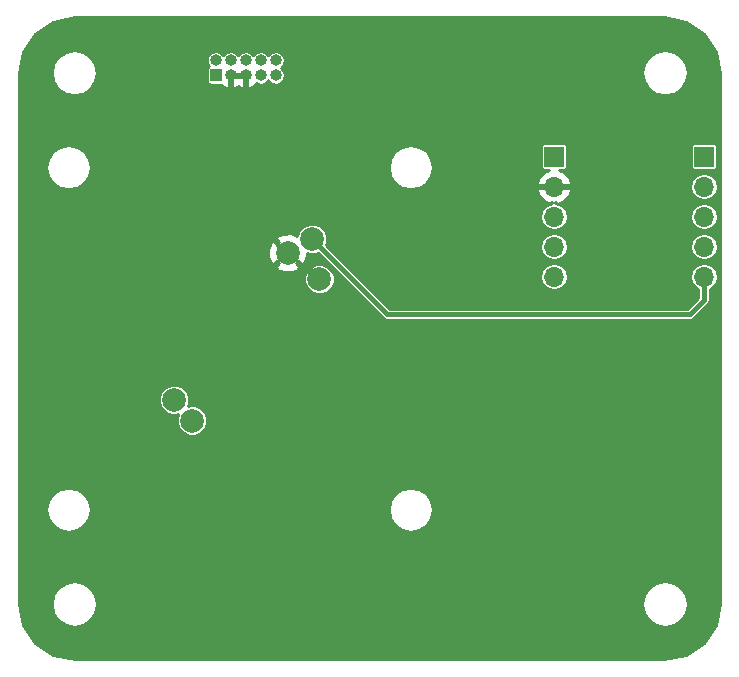
<source format=gbr>
G04 #@! TF.FileFunction,Copper,L2,Bot,Signal*
%FSLAX46Y46*%
G04 Gerber Fmt 4.6, Leading zero omitted, Abs format (unit mm)*
G04 Created by KiCad (PCBNEW 4.0.4-stable) date 07/06/18 21:54:16*
%MOMM*%
%LPD*%
G01*
G04 APERTURE LIST*
%ADD10C,0.100000*%
%ADD11R,1.700000X1.700000*%
%ADD12O,1.700000X1.700000*%
%ADD13C,2.000000*%
%ADD14R,1.000000X1.000000*%
%ADD15O,1.000000X1.000000*%
%ADD16C,0.400000*%
%ADD17C,0.254000*%
G04 APERTURE END LIST*
D10*
D11*
X150000000Y-79000000D03*
D12*
X150000000Y-81540000D03*
X150000000Y-84080000D03*
X150000000Y-86620000D03*
X150000000Y-89160000D03*
D11*
X162700000Y-79000000D03*
D12*
X162700000Y-81540000D03*
X162700000Y-84080000D03*
X162700000Y-86620000D03*
X162700000Y-89160000D03*
D13*
X129519994Y-85975000D03*
X127444997Y-87150003D03*
X130144994Y-89400003D03*
X119370000Y-101350000D03*
X117844999Y-99600000D03*
D14*
X121380000Y-72120000D03*
D15*
X121380000Y-70850000D03*
X122650000Y-72120000D03*
X122650000Y-70850000D03*
X123920000Y-72120000D03*
X123920000Y-70850000D03*
X125190000Y-72120000D03*
X125190000Y-70850000D03*
X126460000Y-72120000D03*
X126460000Y-70850000D03*
D16*
X129519994Y-85975000D02*
X135904995Y-92360001D01*
X135904995Y-92360001D02*
X161499999Y-92360001D01*
X161499999Y-92360001D02*
X162700000Y-91160000D01*
X162700000Y-91160000D02*
X162700000Y-89160000D01*
D17*
G36*
X161175825Y-67588632D02*
X162689777Y-68600223D01*
X163701367Y-70114174D01*
X164062997Y-71932210D01*
X164062997Y-116867796D01*
X163701367Y-118685832D01*
X162689777Y-120199783D01*
X161175825Y-121211374D01*
X159357790Y-121573003D01*
X109422203Y-121573003D01*
X107604167Y-121211372D01*
X106090216Y-120199782D01*
X105078627Y-118685830D01*
X104723404Y-116900003D01*
X107462997Y-116900003D01*
X107609681Y-117637434D01*
X108027402Y-118262598D01*
X108652566Y-118680319D01*
X109389997Y-118827003D01*
X110127428Y-118680319D01*
X110752592Y-118262598D01*
X111170313Y-117637434D01*
X111316997Y-116900003D01*
X157462997Y-116900003D01*
X157609681Y-117637434D01*
X158027402Y-118262598D01*
X158652566Y-118680319D01*
X159389997Y-118827003D01*
X160127428Y-118680319D01*
X160752592Y-118262598D01*
X161170313Y-117637434D01*
X161316997Y-116900003D01*
X161170313Y-116162572D01*
X160752592Y-115537408D01*
X160127428Y-115119687D01*
X159389997Y-114973003D01*
X158652566Y-115119687D01*
X158027402Y-115537408D01*
X157609681Y-116162572D01*
X157462997Y-116900003D01*
X111316997Y-116900003D01*
X111170313Y-116162572D01*
X110752592Y-115537408D01*
X110127428Y-115119687D01*
X109389997Y-114973003D01*
X108652566Y-115119687D01*
X108027402Y-115537408D01*
X107609681Y-116162572D01*
X107462997Y-116900003D01*
X104723404Y-116900003D01*
X104716997Y-116867795D01*
X104716997Y-108900003D01*
X107012997Y-108900003D01*
X107155875Y-109618300D01*
X107562758Y-110227242D01*
X108171700Y-110634125D01*
X108889997Y-110777003D01*
X109608294Y-110634125D01*
X110217236Y-110227242D01*
X110624119Y-109618300D01*
X110766997Y-108900003D01*
X136012997Y-108900003D01*
X136155875Y-109618300D01*
X136562758Y-110227242D01*
X137171700Y-110634125D01*
X137889997Y-110777003D01*
X138608294Y-110634125D01*
X139217236Y-110227242D01*
X139624119Y-109618300D01*
X139766997Y-108900003D01*
X139624119Y-108181706D01*
X139217236Y-107572764D01*
X138608294Y-107165881D01*
X137889997Y-107023003D01*
X137171700Y-107165881D01*
X136562758Y-107572764D01*
X136155875Y-108181706D01*
X136012997Y-108900003D01*
X110766997Y-108900003D01*
X110624119Y-108181706D01*
X110217236Y-107572764D01*
X109608294Y-107165881D01*
X108889997Y-107023003D01*
X108171700Y-107165881D01*
X107562758Y-107572764D01*
X107155875Y-108181706D01*
X107012997Y-108900003D01*
X104716997Y-108900003D01*
X104716997Y-99852897D01*
X116567778Y-99852897D01*
X116761780Y-100322417D01*
X117120692Y-100681957D01*
X117589874Y-100876778D01*
X118097896Y-100877221D01*
X118201349Y-100834475D01*
X118093222Y-101094875D01*
X118092779Y-101602897D01*
X118286781Y-102072417D01*
X118645693Y-102431957D01*
X119114875Y-102626778D01*
X119622897Y-102627221D01*
X120092417Y-102433219D01*
X120451957Y-102074307D01*
X120646778Y-101605125D01*
X120647221Y-101097103D01*
X120453219Y-100627583D01*
X120094307Y-100268043D01*
X119625125Y-100073222D01*
X119117103Y-100072779D01*
X119013650Y-100115525D01*
X119121777Y-99855125D01*
X119122220Y-99347103D01*
X118928218Y-98877583D01*
X118569306Y-98518043D01*
X118100124Y-98323222D01*
X117592102Y-98322779D01*
X117122582Y-98516781D01*
X116763042Y-98875693D01*
X116568221Y-99344875D01*
X116567778Y-99852897D01*
X104716997Y-99852897D01*
X104716997Y-89652900D01*
X128867773Y-89652900D01*
X129061775Y-90122420D01*
X129420687Y-90481960D01*
X129889869Y-90676781D01*
X130397891Y-90677224D01*
X130867411Y-90483222D01*
X131226951Y-90124310D01*
X131421772Y-89655128D01*
X131422215Y-89147106D01*
X131228213Y-88677586D01*
X130869301Y-88318046D01*
X130400119Y-88123225D01*
X129892097Y-88122782D01*
X129422577Y-88316784D01*
X129063037Y-88675696D01*
X128868216Y-89144878D01*
X128867773Y-89652900D01*
X104716997Y-89652900D01*
X104716997Y-86885464D01*
X125799089Y-86885464D01*
X125823141Y-87535463D01*
X126025610Y-88024267D01*
X126292465Y-88122930D01*
X126567097Y-87848298D01*
X126639037Y-87955963D01*
X126746702Y-88027903D01*
X126472070Y-88302535D01*
X126570733Y-88569390D01*
X127180458Y-88795911D01*
X127830457Y-88771859D01*
X128319261Y-88569390D01*
X128417924Y-88302535D01*
X128143292Y-88027903D01*
X128250957Y-87955963D01*
X128322897Y-87848298D01*
X128597529Y-88122930D01*
X128864384Y-88024267D01*
X129090905Y-87414542D01*
X129082074Y-87175875D01*
X129264869Y-87251778D01*
X129772891Y-87252221D01*
X130020376Y-87149962D01*
X135567705Y-92697291D01*
X135722455Y-92800692D01*
X135904995Y-92837001D01*
X161499999Y-92837001D01*
X161682539Y-92800692D01*
X161837289Y-92697291D01*
X163037290Y-91497290D01*
X163140691Y-91342540D01*
X163177000Y-91160000D01*
X163177000Y-90185418D01*
X163518988Y-89956909D01*
X163763291Y-89591284D01*
X163849079Y-89160000D01*
X163763291Y-88728716D01*
X163518988Y-88363091D01*
X163153363Y-88118788D01*
X162722079Y-88033000D01*
X162677921Y-88033000D01*
X162246637Y-88118788D01*
X161881012Y-88363091D01*
X161636709Y-88728716D01*
X161550921Y-89160000D01*
X161636709Y-89591284D01*
X161881012Y-89956909D01*
X162223000Y-90185418D01*
X162223000Y-90962420D01*
X161302419Y-91883001D01*
X136102575Y-91883001D01*
X133379574Y-89160000D01*
X148850921Y-89160000D01*
X148936709Y-89591284D01*
X149181012Y-89956909D01*
X149546637Y-90201212D01*
X149977921Y-90287000D01*
X150022079Y-90287000D01*
X150453363Y-90201212D01*
X150818988Y-89956909D01*
X151063291Y-89591284D01*
X151149079Y-89160000D01*
X151063291Y-88728716D01*
X150818988Y-88363091D01*
X150453363Y-88118788D01*
X150022079Y-88033000D01*
X149977921Y-88033000D01*
X149546637Y-88118788D01*
X149181012Y-88363091D01*
X148936709Y-88728716D01*
X148850921Y-89160000D01*
X133379574Y-89160000D01*
X130839574Y-86620000D01*
X148850921Y-86620000D01*
X148936709Y-87051284D01*
X149181012Y-87416909D01*
X149546637Y-87661212D01*
X149977921Y-87747000D01*
X150022079Y-87747000D01*
X150453363Y-87661212D01*
X150818988Y-87416909D01*
X151063291Y-87051284D01*
X151149079Y-86620000D01*
X161550921Y-86620000D01*
X161636709Y-87051284D01*
X161881012Y-87416909D01*
X162246637Y-87661212D01*
X162677921Y-87747000D01*
X162722079Y-87747000D01*
X163153363Y-87661212D01*
X163518988Y-87416909D01*
X163763291Y-87051284D01*
X163849079Y-86620000D01*
X163763291Y-86188716D01*
X163518988Y-85823091D01*
X163153363Y-85578788D01*
X162722079Y-85493000D01*
X162677921Y-85493000D01*
X162246637Y-85578788D01*
X161881012Y-85823091D01*
X161636709Y-86188716D01*
X161550921Y-86620000D01*
X151149079Y-86620000D01*
X151063291Y-86188716D01*
X150818988Y-85823091D01*
X150453363Y-85578788D01*
X150022079Y-85493000D01*
X149977921Y-85493000D01*
X149546637Y-85578788D01*
X149181012Y-85823091D01*
X148936709Y-86188716D01*
X148850921Y-86620000D01*
X130839574Y-86620000D01*
X130694939Y-86475365D01*
X130796772Y-86230125D01*
X130797215Y-85722103D01*
X130603213Y-85252583D01*
X130244301Y-84893043D01*
X129775119Y-84698222D01*
X129267097Y-84697779D01*
X128797577Y-84891781D01*
X128438037Y-85250693D01*
X128249515Y-85704705D01*
X127709536Y-85504095D01*
X127059537Y-85528147D01*
X126570733Y-85730616D01*
X126472070Y-85997471D01*
X126746702Y-86272103D01*
X126639037Y-86344043D01*
X126567097Y-86451708D01*
X126292465Y-86177076D01*
X126025610Y-86275739D01*
X125799089Y-86885464D01*
X104716997Y-86885464D01*
X104716997Y-81896890D01*
X148558524Y-81896890D01*
X148728355Y-82306924D01*
X149118642Y-82735183D01*
X149643108Y-82981486D01*
X149872998Y-82860820D01*
X149872998Y-82973871D01*
X149546637Y-83038788D01*
X149181012Y-83283091D01*
X148936709Y-83648716D01*
X148850921Y-84080000D01*
X148936709Y-84511284D01*
X149181012Y-84876909D01*
X149546637Y-85121212D01*
X149977921Y-85207000D01*
X150022079Y-85207000D01*
X150453363Y-85121212D01*
X150818988Y-84876909D01*
X151063291Y-84511284D01*
X151149079Y-84080000D01*
X161550921Y-84080000D01*
X161636709Y-84511284D01*
X161881012Y-84876909D01*
X162246637Y-85121212D01*
X162677921Y-85207000D01*
X162722079Y-85207000D01*
X163153363Y-85121212D01*
X163518988Y-84876909D01*
X163763291Y-84511284D01*
X163849079Y-84080000D01*
X163763291Y-83648716D01*
X163518988Y-83283091D01*
X163153363Y-83038788D01*
X162722079Y-82953000D01*
X162677921Y-82953000D01*
X162246637Y-83038788D01*
X161881012Y-83283091D01*
X161636709Y-83648716D01*
X161550921Y-84080000D01*
X151149079Y-84080000D01*
X151063291Y-83648716D01*
X150818988Y-83283091D01*
X150453363Y-83038788D01*
X150127002Y-82973871D01*
X150127002Y-82860820D01*
X150356892Y-82981486D01*
X150881358Y-82735183D01*
X151271645Y-82306924D01*
X151441476Y-81896890D01*
X151320155Y-81667000D01*
X150127000Y-81667000D01*
X150127000Y-81687000D01*
X149873000Y-81687000D01*
X149873000Y-81667000D01*
X148679845Y-81667000D01*
X148558524Y-81896890D01*
X104716997Y-81896890D01*
X104716997Y-79900003D01*
X107012997Y-79900003D01*
X107155875Y-80618300D01*
X107562758Y-81227242D01*
X108171700Y-81634125D01*
X108889997Y-81777003D01*
X109608294Y-81634125D01*
X110217236Y-81227242D01*
X110624119Y-80618300D01*
X110766997Y-79900003D01*
X136012997Y-79900003D01*
X136155875Y-80618300D01*
X136562758Y-81227242D01*
X137171700Y-81634125D01*
X137889997Y-81777003D01*
X138608294Y-81634125D01*
X138749161Y-81540000D01*
X161550921Y-81540000D01*
X161636709Y-81971284D01*
X161881012Y-82336909D01*
X162246637Y-82581212D01*
X162677921Y-82667000D01*
X162722079Y-82667000D01*
X163153363Y-82581212D01*
X163518988Y-82336909D01*
X163763291Y-81971284D01*
X163849079Y-81540000D01*
X163763291Y-81108716D01*
X163518988Y-80743091D01*
X163153363Y-80498788D01*
X162722079Y-80413000D01*
X162677921Y-80413000D01*
X162246637Y-80498788D01*
X161881012Y-80743091D01*
X161636709Y-81108716D01*
X161550921Y-81540000D01*
X138749161Y-81540000D01*
X139217236Y-81227242D01*
X139246724Y-81183110D01*
X148558524Y-81183110D01*
X148679845Y-81413000D01*
X149873000Y-81413000D01*
X149873000Y-81393000D01*
X150127000Y-81393000D01*
X150127000Y-81413000D01*
X151320155Y-81413000D01*
X151441476Y-81183110D01*
X151271645Y-80773076D01*
X150881358Y-80344817D01*
X150429103Y-80132426D01*
X150850000Y-80132426D01*
X150952650Y-80113111D01*
X151046927Y-80052445D01*
X151110175Y-79959880D01*
X151132426Y-79850000D01*
X151132426Y-78150000D01*
X161567574Y-78150000D01*
X161567574Y-79850000D01*
X161586889Y-79952650D01*
X161647555Y-80046927D01*
X161740120Y-80110175D01*
X161850000Y-80132426D01*
X163550000Y-80132426D01*
X163652650Y-80113111D01*
X163746927Y-80052445D01*
X163810175Y-79959880D01*
X163832426Y-79850000D01*
X163832426Y-78150000D01*
X163813111Y-78047350D01*
X163752445Y-77953073D01*
X163659880Y-77889825D01*
X163550000Y-77867574D01*
X161850000Y-77867574D01*
X161747350Y-77886889D01*
X161653073Y-77947555D01*
X161589825Y-78040120D01*
X161567574Y-78150000D01*
X151132426Y-78150000D01*
X151113111Y-78047350D01*
X151052445Y-77953073D01*
X150959880Y-77889825D01*
X150850000Y-77867574D01*
X149150000Y-77867574D01*
X149047350Y-77886889D01*
X148953073Y-77947555D01*
X148889825Y-78040120D01*
X148867574Y-78150000D01*
X148867574Y-79850000D01*
X148886889Y-79952650D01*
X148947555Y-80046927D01*
X149040120Y-80110175D01*
X149150000Y-80132426D01*
X149570897Y-80132426D01*
X149118642Y-80344817D01*
X148728355Y-80773076D01*
X148558524Y-81183110D01*
X139246724Y-81183110D01*
X139624119Y-80618300D01*
X139766997Y-79900003D01*
X139624119Y-79181706D01*
X139217236Y-78572764D01*
X138608294Y-78165881D01*
X137889997Y-78023003D01*
X137171700Y-78165881D01*
X136562758Y-78572764D01*
X136155875Y-79181706D01*
X136012997Y-79900003D01*
X110766997Y-79900003D01*
X110624119Y-79181706D01*
X110217236Y-78572764D01*
X109608294Y-78165881D01*
X108889997Y-78023003D01*
X108171700Y-78165881D01*
X107562758Y-78572764D01*
X107155875Y-79181706D01*
X107012997Y-79900003D01*
X104716997Y-79900003D01*
X104716997Y-71932210D01*
X104723403Y-71900003D01*
X107462997Y-71900003D01*
X107609681Y-72637434D01*
X108027402Y-73262598D01*
X108652566Y-73680319D01*
X109389997Y-73827003D01*
X110127428Y-73680319D01*
X110752592Y-73262598D01*
X111170313Y-72637434D01*
X111316997Y-71900003D01*
X111261301Y-71620000D01*
X120597574Y-71620000D01*
X120597574Y-72620000D01*
X120616889Y-72722650D01*
X120677555Y-72816927D01*
X120770120Y-72880175D01*
X120880000Y-72902426D01*
X121852856Y-72902426D01*
X122089791Y-73107127D01*
X122348126Y-73214119D01*
X122523000Y-73087954D01*
X122523000Y-72247000D01*
X122777000Y-72247000D01*
X122777000Y-73087954D01*
X122951874Y-73214119D01*
X123210209Y-73107127D01*
X123285000Y-73042511D01*
X123359791Y-73107127D01*
X123618126Y-73214119D01*
X123793000Y-73087954D01*
X123793000Y-72247000D01*
X122777000Y-72247000D01*
X122523000Y-72247000D01*
X122503000Y-72247000D01*
X122503000Y-71993000D01*
X122523000Y-71993000D01*
X122523000Y-71973000D01*
X122777000Y-71973000D01*
X122777000Y-71993000D01*
X123793000Y-71993000D01*
X123793000Y-71973000D01*
X124047000Y-71973000D01*
X124047000Y-71993000D01*
X124067000Y-71993000D01*
X124067000Y-72247000D01*
X124047000Y-72247000D01*
X124047000Y-73087954D01*
X124221874Y-73214119D01*
X124480209Y-73107127D01*
X124815323Y-72817604D01*
X124821416Y-72805476D01*
X124892655Y-72853076D01*
X125190000Y-72912222D01*
X125487345Y-72853076D01*
X125739422Y-72684644D01*
X125825000Y-72556567D01*
X125910578Y-72684644D01*
X126162655Y-72853076D01*
X126460000Y-72912222D01*
X126757345Y-72853076D01*
X127009422Y-72684644D01*
X127177854Y-72432567D01*
X127237000Y-72135222D01*
X127237000Y-72104778D01*
X127196268Y-71900003D01*
X157462997Y-71900003D01*
X157609681Y-72637434D01*
X158027402Y-73262598D01*
X158652566Y-73680319D01*
X159389997Y-73827003D01*
X160127428Y-73680319D01*
X160752592Y-73262598D01*
X161170313Y-72637434D01*
X161316997Y-71900003D01*
X161170313Y-71162572D01*
X160752592Y-70537408D01*
X160127428Y-70119687D01*
X159389997Y-69973003D01*
X158652566Y-70119687D01*
X158027402Y-70537408D01*
X157609681Y-71162572D01*
X157462997Y-71900003D01*
X127196268Y-71900003D01*
X127177854Y-71807433D01*
X127009422Y-71555356D01*
X126904127Y-71485000D01*
X127009422Y-71414644D01*
X127177854Y-71162567D01*
X127237000Y-70865222D01*
X127237000Y-70834778D01*
X127177854Y-70537433D01*
X127009422Y-70285356D01*
X126757345Y-70116924D01*
X126460000Y-70057778D01*
X126162655Y-70116924D01*
X125910578Y-70285356D01*
X125825000Y-70413433D01*
X125739422Y-70285356D01*
X125487345Y-70116924D01*
X125190000Y-70057778D01*
X124892655Y-70116924D01*
X124640578Y-70285356D01*
X124555000Y-70413433D01*
X124469422Y-70285356D01*
X124217345Y-70116924D01*
X123920000Y-70057778D01*
X123622655Y-70116924D01*
X123370578Y-70285356D01*
X123285000Y-70413433D01*
X123199422Y-70285356D01*
X122947345Y-70116924D01*
X122650000Y-70057778D01*
X122352655Y-70116924D01*
X122100578Y-70285356D01*
X122015000Y-70413433D01*
X121929422Y-70285356D01*
X121677345Y-70116924D01*
X121380000Y-70057778D01*
X121082655Y-70116924D01*
X120830578Y-70285356D01*
X120662146Y-70537433D01*
X120603000Y-70834778D01*
X120603000Y-70865222D01*
X120662146Y-71162567D01*
X120790353Y-71354442D01*
X120777350Y-71356889D01*
X120683073Y-71417555D01*
X120619825Y-71510120D01*
X120597574Y-71620000D01*
X111261301Y-71620000D01*
X111170313Y-71162572D01*
X110752592Y-70537408D01*
X110127428Y-70119687D01*
X109389997Y-69973003D01*
X108652566Y-70119687D01*
X108027402Y-70537408D01*
X107609681Y-71162572D01*
X107462997Y-71900003D01*
X104723403Y-71900003D01*
X105078626Y-70114175D01*
X106090217Y-68600223D01*
X107604168Y-67588633D01*
X109422204Y-67227003D01*
X159357790Y-67227003D01*
X161175825Y-67588632D01*
X161175825Y-67588632D01*
G37*
X161175825Y-67588632D02*
X162689777Y-68600223D01*
X163701367Y-70114174D01*
X164062997Y-71932210D01*
X164062997Y-116867796D01*
X163701367Y-118685832D01*
X162689777Y-120199783D01*
X161175825Y-121211374D01*
X159357790Y-121573003D01*
X109422203Y-121573003D01*
X107604167Y-121211372D01*
X106090216Y-120199782D01*
X105078627Y-118685830D01*
X104723404Y-116900003D01*
X107462997Y-116900003D01*
X107609681Y-117637434D01*
X108027402Y-118262598D01*
X108652566Y-118680319D01*
X109389997Y-118827003D01*
X110127428Y-118680319D01*
X110752592Y-118262598D01*
X111170313Y-117637434D01*
X111316997Y-116900003D01*
X157462997Y-116900003D01*
X157609681Y-117637434D01*
X158027402Y-118262598D01*
X158652566Y-118680319D01*
X159389997Y-118827003D01*
X160127428Y-118680319D01*
X160752592Y-118262598D01*
X161170313Y-117637434D01*
X161316997Y-116900003D01*
X161170313Y-116162572D01*
X160752592Y-115537408D01*
X160127428Y-115119687D01*
X159389997Y-114973003D01*
X158652566Y-115119687D01*
X158027402Y-115537408D01*
X157609681Y-116162572D01*
X157462997Y-116900003D01*
X111316997Y-116900003D01*
X111170313Y-116162572D01*
X110752592Y-115537408D01*
X110127428Y-115119687D01*
X109389997Y-114973003D01*
X108652566Y-115119687D01*
X108027402Y-115537408D01*
X107609681Y-116162572D01*
X107462997Y-116900003D01*
X104723404Y-116900003D01*
X104716997Y-116867795D01*
X104716997Y-108900003D01*
X107012997Y-108900003D01*
X107155875Y-109618300D01*
X107562758Y-110227242D01*
X108171700Y-110634125D01*
X108889997Y-110777003D01*
X109608294Y-110634125D01*
X110217236Y-110227242D01*
X110624119Y-109618300D01*
X110766997Y-108900003D01*
X136012997Y-108900003D01*
X136155875Y-109618300D01*
X136562758Y-110227242D01*
X137171700Y-110634125D01*
X137889997Y-110777003D01*
X138608294Y-110634125D01*
X139217236Y-110227242D01*
X139624119Y-109618300D01*
X139766997Y-108900003D01*
X139624119Y-108181706D01*
X139217236Y-107572764D01*
X138608294Y-107165881D01*
X137889997Y-107023003D01*
X137171700Y-107165881D01*
X136562758Y-107572764D01*
X136155875Y-108181706D01*
X136012997Y-108900003D01*
X110766997Y-108900003D01*
X110624119Y-108181706D01*
X110217236Y-107572764D01*
X109608294Y-107165881D01*
X108889997Y-107023003D01*
X108171700Y-107165881D01*
X107562758Y-107572764D01*
X107155875Y-108181706D01*
X107012997Y-108900003D01*
X104716997Y-108900003D01*
X104716997Y-99852897D01*
X116567778Y-99852897D01*
X116761780Y-100322417D01*
X117120692Y-100681957D01*
X117589874Y-100876778D01*
X118097896Y-100877221D01*
X118201349Y-100834475D01*
X118093222Y-101094875D01*
X118092779Y-101602897D01*
X118286781Y-102072417D01*
X118645693Y-102431957D01*
X119114875Y-102626778D01*
X119622897Y-102627221D01*
X120092417Y-102433219D01*
X120451957Y-102074307D01*
X120646778Y-101605125D01*
X120647221Y-101097103D01*
X120453219Y-100627583D01*
X120094307Y-100268043D01*
X119625125Y-100073222D01*
X119117103Y-100072779D01*
X119013650Y-100115525D01*
X119121777Y-99855125D01*
X119122220Y-99347103D01*
X118928218Y-98877583D01*
X118569306Y-98518043D01*
X118100124Y-98323222D01*
X117592102Y-98322779D01*
X117122582Y-98516781D01*
X116763042Y-98875693D01*
X116568221Y-99344875D01*
X116567778Y-99852897D01*
X104716997Y-99852897D01*
X104716997Y-89652900D01*
X128867773Y-89652900D01*
X129061775Y-90122420D01*
X129420687Y-90481960D01*
X129889869Y-90676781D01*
X130397891Y-90677224D01*
X130867411Y-90483222D01*
X131226951Y-90124310D01*
X131421772Y-89655128D01*
X131422215Y-89147106D01*
X131228213Y-88677586D01*
X130869301Y-88318046D01*
X130400119Y-88123225D01*
X129892097Y-88122782D01*
X129422577Y-88316784D01*
X129063037Y-88675696D01*
X128868216Y-89144878D01*
X128867773Y-89652900D01*
X104716997Y-89652900D01*
X104716997Y-86885464D01*
X125799089Y-86885464D01*
X125823141Y-87535463D01*
X126025610Y-88024267D01*
X126292465Y-88122930D01*
X126567097Y-87848298D01*
X126639037Y-87955963D01*
X126746702Y-88027903D01*
X126472070Y-88302535D01*
X126570733Y-88569390D01*
X127180458Y-88795911D01*
X127830457Y-88771859D01*
X128319261Y-88569390D01*
X128417924Y-88302535D01*
X128143292Y-88027903D01*
X128250957Y-87955963D01*
X128322897Y-87848298D01*
X128597529Y-88122930D01*
X128864384Y-88024267D01*
X129090905Y-87414542D01*
X129082074Y-87175875D01*
X129264869Y-87251778D01*
X129772891Y-87252221D01*
X130020376Y-87149962D01*
X135567705Y-92697291D01*
X135722455Y-92800692D01*
X135904995Y-92837001D01*
X161499999Y-92837001D01*
X161682539Y-92800692D01*
X161837289Y-92697291D01*
X163037290Y-91497290D01*
X163140691Y-91342540D01*
X163177000Y-91160000D01*
X163177000Y-90185418D01*
X163518988Y-89956909D01*
X163763291Y-89591284D01*
X163849079Y-89160000D01*
X163763291Y-88728716D01*
X163518988Y-88363091D01*
X163153363Y-88118788D01*
X162722079Y-88033000D01*
X162677921Y-88033000D01*
X162246637Y-88118788D01*
X161881012Y-88363091D01*
X161636709Y-88728716D01*
X161550921Y-89160000D01*
X161636709Y-89591284D01*
X161881012Y-89956909D01*
X162223000Y-90185418D01*
X162223000Y-90962420D01*
X161302419Y-91883001D01*
X136102575Y-91883001D01*
X133379574Y-89160000D01*
X148850921Y-89160000D01*
X148936709Y-89591284D01*
X149181012Y-89956909D01*
X149546637Y-90201212D01*
X149977921Y-90287000D01*
X150022079Y-90287000D01*
X150453363Y-90201212D01*
X150818988Y-89956909D01*
X151063291Y-89591284D01*
X151149079Y-89160000D01*
X151063291Y-88728716D01*
X150818988Y-88363091D01*
X150453363Y-88118788D01*
X150022079Y-88033000D01*
X149977921Y-88033000D01*
X149546637Y-88118788D01*
X149181012Y-88363091D01*
X148936709Y-88728716D01*
X148850921Y-89160000D01*
X133379574Y-89160000D01*
X130839574Y-86620000D01*
X148850921Y-86620000D01*
X148936709Y-87051284D01*
X149181012Y-87416909D01*
X149546637Y-87661212D01*
X149977921Y-87747000D01*
X150022079Y-87747000D01*
X150453363Y-87661212D01*
X150818988Y-87416909D01*
X151063291Y-87051284D01*
X151149079Y-86620000D01*
X161550921Y-86620000D01*
X161636709Y-87051284D01*
X161881012Y-87416909D01*
X162246637Y-87661212D01*
X162677921Y-87747000D01*
X162722079Y-87747000D01*
X163153363Y-87661212D01*
X163518988Y-87416909D01*
X163763291Y-87051284D01*
X163849079Y-86620000D01*
X163763291Y-86188716D01*
X163518988Y-85823091D01*
X163153363Y-85578788D01*
X162722079Y-85493000D01*
X162677921Y-85493000D01*
X162246637Y-85578788D01*
X161881012Y-85823091D01*
X161636709Y-86188716D01*
X161550921Y-86620000D01*
X151149079Y-86620000D01*
X151063291Y-86188716D01*
X150818988Y-85823091D01*
X150453363Y-85578788D01*
X150022079Y-85493000D01*
X149977921Y-85493000D01*
X149546637Y-85578788D01*
X149181012Y-85823091D01*
X148936709Y-86188716D01*
X148850921Y-86620000D01*
X130839574Y-86620000D01*
X130694939Y-86475365D01*
X130796772Y-86230125D01*
X130797215Y-85722103D01*
X130603213Y-85252583D01*
X130244301Y-84893043D01*
X129775119Y-84698222D01*
X129267097Y-84697779D01*
X128797577Y-84891781D01*
X128438037Y-85250693D01*
X128249515Y-85704705D01*
X127709536Y-85504095D01*
X127059537Y-85528147D01*
X126570733Y-85730616D01*
X126472070Y-85997471D01*
X126746702Y-86272103D01*
X126639037Y-86344043D01*
X126567097Y-86451708D01*
X126292465Y-86177076D01*
X126025610Y-86275739D01*
X125799089Y-86885464D01*
X104716997Y-86885464D01*
X104716997Y-81896890D01*
X148558524Y-81896890D01*
X148728355Y-82306924D01*
X149118642Y-82735183D01*
X149643108Y-82981486D01*
X149872998Y-82860820D01*
X149872998Y-82973871D01*
X149546637Y-83038788D01*
X149181012Y-83283091D01*
X148936709Y-83648716D01*
X148850921Y-84080000D01*
X148936709Y-84511284D01*
X149181012Y-84876909D01*
X149546637Y-85121212D01*
X149977921Y-85207000D01*
X150022079Y-85207000D01*
X150453363Y-85121212D01*
X150818988Y-84876909D01*
X151063291Y-84511284D01*
X151149079Y-84080000D01*
X161550921Y-84080000D01*
X161636709Y-84511284D01*
X161881012Y-84876909D01*
X162246637Y-85121212D01*
X162677921Y-85207000D01*
X162722079Y-85207000D01*
X163153363Y-85121212D01*
X163518988Y-84876909D01*
X163763291Y-84511284D01*
X163849079Y-84080000D01*
X163763291Y-83648716D01*
X163518988Y-83283091D01*
X163153363Y-83038788D01*
X162722079Y-82953000D01*
X162677921Y-82953000D01*
X162246637Y-83038788D01*
X161881012Y-83283091D01*
X161636709Y-83648716D01*
X161550921Y-84080000D01*
X151149079Y-84080000D01*
X151063291Y-83648716D01*
X150818988Y-83283091D01*
X150453363Y-83038788D01*
X150127002Y-82973871D01*
X150127002Y-82860820D01*
X150356892Y-82981486D01*
X150881358Y-82735183D01*
X151271645Y-82306924D01*
X151441476Y-81896890D01*
X151320155Y-81667000D01*
X150127000Y-81667000D01*
X150127000Y-81687000D01*
X149873000Y-81687000D01*
X149873000Y-81667000D01*
X148679845Y-81667000D01*
X148558524Y-81896890D01*
X104716997Y-81896890D01*
X104716997Y-79900003D01*
X107012997Y-79900003D01*
X107155875Y-80618300D01*
X107562758Y-81227242D01*
X108171700Y-81634125D01*
X108889997Y-81777003D01*
X109608294Y-81634125D01*
X110217236Y-81227242D01*
X110624119Y-80618300D01*
X110766997Y-79900003D01*
X136012997Y-79900003D01*
X136155875Y-80618300D01*
X136562758Y-81227242D01*
X137171700Y-81634125D01*
X137889997Y-81777003D01*
X138608294Y-81634125D01*
X138749161Y-81540000D01*
X161550921Y-81540000D01*
X161636709Y-81971284D01*
X161881012Y-82336909D01*
X162246637Y-82581212D01*
X162677921Y-82667000D01*
X162722079Y-82667000D01*
X163153363Y-82581212D01*
X163518988Y-82336909D01*
X163763291Y-81971284D01*
X163849079Y-81540000D01*
X163763291Y-81108716D01*
X163518988Y-80743091D01*
X163153363Y-80498788D01*
X162722079Y-80413000D01*
X162677921Y-80413000D01*
X162246637Y-80498788D01*
X161881012Y-80743091D01*
X161636709Y-81108716D01*
X161550921Y-81540000D01*
X138749161Y-81540000D01*
X139217236Y-81227242D01*
X139246724Y-81183110D01*
X148558524Y-81183110D01*
X148679845Y-81413000D01*
X149873000Y-81413000D01*
X149873000Y-81393000D01*
X150127000Y-81393000D01*
X150127000Y-81413000D01*
X151320155Y-81413000D01*
X151441476Y-81183110D01*
X151271645Y-80773076D01*
X150881358Y-80344817D01*
X150429103Y-80132426D01*
X150850000Y-80132426D01*
X150952650Y-80113111D01*
X151046927Y-80052445D01*
X151110175Y-79959880D01*
X151132426Y-79850000D01*
X151132426Y-78150000D01*
X161567574Y-78150000D01*
X161567574Y-79850000D01*
X161586889Y-79952650D01*
X161647555Y-80046927D01*
X161740120Y-80110175D01*
X161850000Y-80132426D01*
X163550000Y-80132426D01*
X163652650Y-80113111D01*
X163746927Y-80052445D01*
X163810175Y-79959880D01*
X163832426Y-79850000D01*
X163832426Y-78150000D01*
X163813111Y-78047350D01*
X163752445Y-77953073D01*
X163659880Y-77889825D01*
X163550000Y-77867574D01*
X161850000Y-77867574D01*
X161747350Y-77886889D01*
X161653073Y-77947555D01*
X161589825Y-78040120D01*
X161567574Y-78150000D01*
X151132426Y-78150000D01*
X151113111Y-78047350D01*
X151052445Y-77953073D01*
X150959880Y-77889825D01*
X150850000Y-77867574D01*
X149150000Y-77867574D01*
X149047350Y-77886889D01*
X148953073Y-77947555D01*
X148889825Y-78040120D01*
X148867574Y-78150000D01*
X148867574Y-79850000D01*
X148886889Y-79952650D01*
X148947555Y-80046927D01*
X149040120Y-80110175D01*
X149150000Y-80132426D01*
X149570897Y-80132426D01*
X149118642Y-80344817D01*
X148728355Y-80773076D01*
X148558524Y-81183110D01*
X139246724Y-81183110D01*
X139624119Y-80618300D01*
X139766997Y-79900003D01*
X139624119Y-79181706D01*
X139217236Y-78572764D01*
X138608294Y-78165881D01*
X137889997Y-78023003D01*
X137171700Y-78165881D01*
X136562758Y-78572764D01*
X136155875Y-79181706D01*
X136012997Y-79900003D01*
X110766997Y-79900003D01*
X110624119Y-79181706D01*
X110217236Y-78572764D01*
X109608294Y-78165881D01*
X108889997Y-78023003D01*
X108171700Y-78165881D01*
X107562758Y-78572764D01*
X107155875Y-79181706D01*
X107012997Y-79900003D01*
X104716997Y-79900003D01*
X104716997Y-71932210D01*
X104723403Y-71900003D01*
X107462997Y-71900003D01*
X107609681Y-72637434D01*
X108027402Y-73262598D01*
X108652566Y-73680319D01*
X109389997Y-73827003D01*
X110127428Y-73680319D01*
X110752592Y-73262598D01*
X111170313Y-72637434D01*
X111316997Y-71900003D01*
X111261301Y-71620000D01*
X120597574Y-71620000D01*
X120597574Y-72620000D01*
X120616889Y-72722650D01*
X120677555Y-72816927D01*
X120770120Y-72880175D01*
X120880000Y-72902426D01*
X121852856Y-72902426D01*
X122089791Y-73107127D01*
X122348126Y-73214119D01*
X122523000Y-73087954D01*
X122523000Y-72247000D01*
X122777000Y-72247000D01*
X122777000Y-73087954D01*
X122951874Y-73214119D01*
X123210209Y-73107127D01*
X123285000Y-73042511D01*
X123359791Y-73107127D01*
X123618126Y-73214119D01*
X123793000Y-73087954D01*
X123793000Y-72247000D01*
X122777000Y-72247000D01*
X122523000Y-72247000D01*
X122503000Y-72247000D01*
X122503000Y-71993000D01*
X122523000Y-71993000D01*
X122523000Y-71973000D01*
X122777000Y-71973000D01*
X122777000Y-71993000D01*
X123793000Y-71993000D01*
X123793000Y-71973000D01*
X124047000Y-71973000D01*
X124047000Y-71993000D01*
X124067000Y-71993000D01*
X124067000Y-72247000D01*
X124047000Y-72247000D01*
X124047000Y-73087954D01*
X124221874Y-73214119D01*
X124480209Y-73107127D01*
X124815323Y-72817604D01*
X124821416Y-72805476D01*
X124892655Y-72853076D01*
X125190000Y-72912222D01*
X125487345Y-72853076D01*
X125739422Y-72684644D01*
X125825000Y-72556567D01*
X125910578Y-72684644D01*
X126162655Y-72853076D01*
X126460000Y-72912222D01*
X126757345Y-72853076D01*
X127009422Y-72684644D01*
X127177854Y-72432567D01*
X127237000Y-72135222D01*
X127237000Y-72104778D01*
X127196268Y-71900003D01*
X157462997Y-71900003D01*
X157609681Y-72637434D01*
X158027402Y-73262598D01*
X158652566Y-73680319D01*
X159389997Y-73827003D01*
X160127428Y-73680319D01*
X160752592Y-73262598D01*
X161170313Y-72637434D01*
X161316997Y-71900003D01*
X161170313Y-71162572D01*
X160752592Y-70537408D01*
X160127428Y-70119687D01*
X159389997Y-69973003D01*
X158652566Y-70119687D01*
X158027402Y-70537408D01*
X157609681Y-71162572D01*
X157462997Y-71900003D01*
X127196268Y-71900003D01*
X127177854Y-71807433D01*
X127009422Y-71555356D01*
X126904127Y-71485000D01*
X127009422Y-71414644D01*
X127177854Y-71162567D01*
X127237000Y-70865222D01*
X127237000Y-70834778D01*
X127177854Y-70537433D01*
X127009422Y-70285356D01*
X126757345Y-70116924D01*
X126460000Y-70057778D01*
X126162655Y-70116924D01*
X125910578Y-70285356D01*
X125825000Y-70413433D01*
X125739422Y-70285356D01*
X125487345Y-70116924D01*
X125190000Y-70057778D01*
X124892655Y-70116924D01*
X124640578Y-70285356D01*
X124555000Y-70413433D01*
X124469422Y-70285356D01*
X124217345Y-70116924D01*
X123920000Y-70057778D01*
X123622655Y-70116924D01*
X123370578Y-70285356D01*
X123285000Y-70413433D01*
X123199422Y-70285356D01*
X122947345Y-70116924D01*
X122650000Y-70057778D01*
X122352655Y-70116924D01*
X122100578Y-70285356D01*
X122015000Y-70413433D01*
X121929422Y-70285356D01*
X121677345Y-70116924D01*
X121380000Y-70057778D01*
X121082655Y-70116924D01*
X120830578Y-70285356D01*
X120662146Y-70537433D01*
X120603000Y-70834778D01*
X120603000Y-70865222D01*
X120662146Y-71162567D01*
X120790353Y-71354442D01*
X120777350Y-71356889D01*
X120683073Y-71417555D01*
X120619825Y-71510120D01*
X120597574Y-71620000D01*
X111261301Y-71620000D01*
X111170313Y-71162572D01*
X110752592Y-70537408D01*
X110127428Y-70119687D01*
X109389997Y-69973003D01*
X108652566Y-70119687D01*
X108027402Y-70537408D01*
X107609681Y-71162572D01*
X107462997Y-71900003D01*
X104723403Y-71900003D01*
X105078626Y-70114175D01*
X106090217Y-68600223D01*
X107604168Y-67588633D01*
X109422204Y-67227003D01*
X159357790Y-67227003D01*
X161175825Y-67588632D01*
G36*
X127444997Y-86970398D02*
X127459140Y-86956256D01*
X127638745Y-87135861D01*
X127624602Y-87150003D01*
X127860449Y-87385850D01*
X127788509Y-87493515D01*
X127680844Y-87565455D01*
X127444997Y-87329608D01*
X127209150Y-87565455D01*
X127101485Y-87493515D01*
X127029545Y-87385850D01*
X127265392Y-87150003D01*
X127029545Y-86914156D01*
X127101485Y-86806491D01*
X127209150Y-86734551D01*
X127444997Y-86970398D01*
X127444997Y-86970398D01*
G37*
X127444997Y-86970398D02*
X127459140Y-86956256D01*
X127638745Y-87135861D01*
X127624602Y-87150003D01*
X127860449Y-87385850D01*
X127788509Y-87493515D01*
X127680844Y-87565455D01*
X127444997Y-87329608D01*
X127209150Y-87565455D01*
X127101485Y-87493515D01*
X127029545Y-87385850D01*
X127265392Y-87150003D01*
X127029545Y-86914156D01*
X127101485Y-86806491D01*
X127209150Y-86734551D01*
X127444997Y-86970398D01*
M02*

</source>
